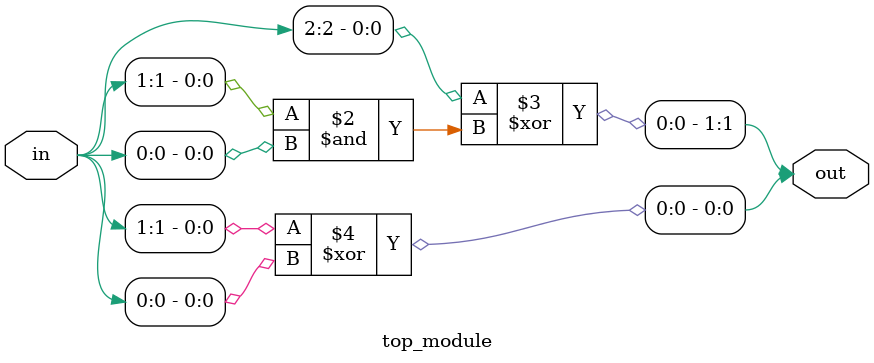
<source format=sv>
module top_module (
	input [2:0] in,
	output reg [1:0] out
);

	always @(*) begin
		out[1] = in[2] ^ (in[1] & in[0]);
		out[0] = in[1] ^ in[0];
	end

endmodule

</source>
